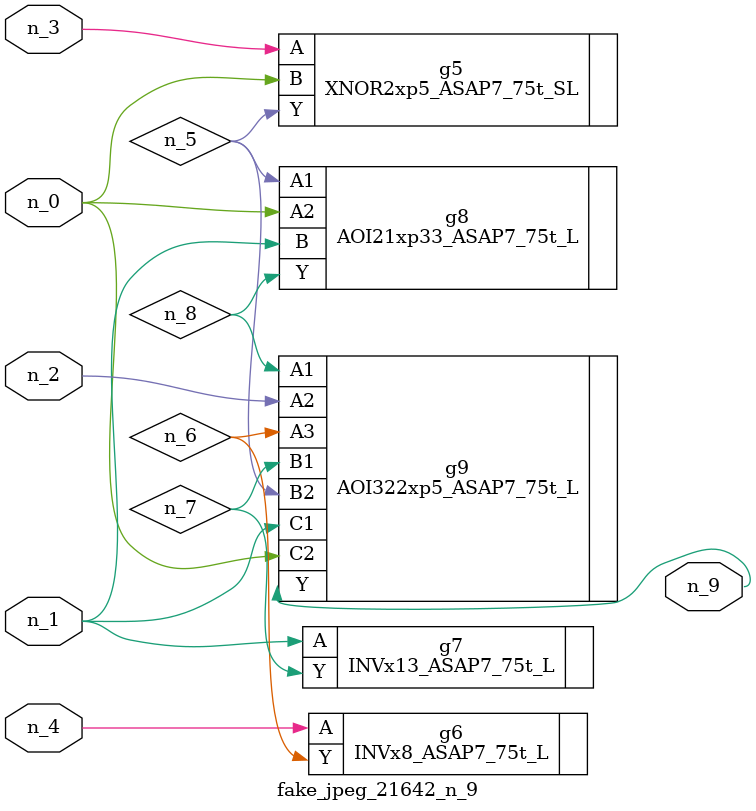
<source format=v>
module fake_jpeg_21642_n_9 (n_3, n_2, n_1, n_0, n_4, n_9);

input n_3;
input n_2;
input n_1;
input n_0;
input n_4;

output n_9;

wire n_8;
wire n_6;
wire n_5;
wire n_7;

XNOR2xp5_ASAP7_75t_SL g5 ( 
.A(n_3),
.B(n_0),
.Y(n_5)
);

INVx8_ASAP7_75t_L g6 ( 
.A(n_4),
.Y(n_6)
);

INVx13_ASAP7_75t_L g7 ( 
.A(n_1),
.Y(n_7)
);

AOI21xp33_ASAP7_75t_L g8 ( 
.A1(n_5),
.A2(n_0),
.B(n_1),
.Y(n_8)
);

AOI322xp5_ASAP7_75t_L g9 ( 
.A1(n_8),
.A2(n_2),
.A3(n_6),
.B1(n_7),
.B2(n_5),
.C1(n_1),
.C2(n_0),
.Y(n_9)
);


endmodule
</source>
